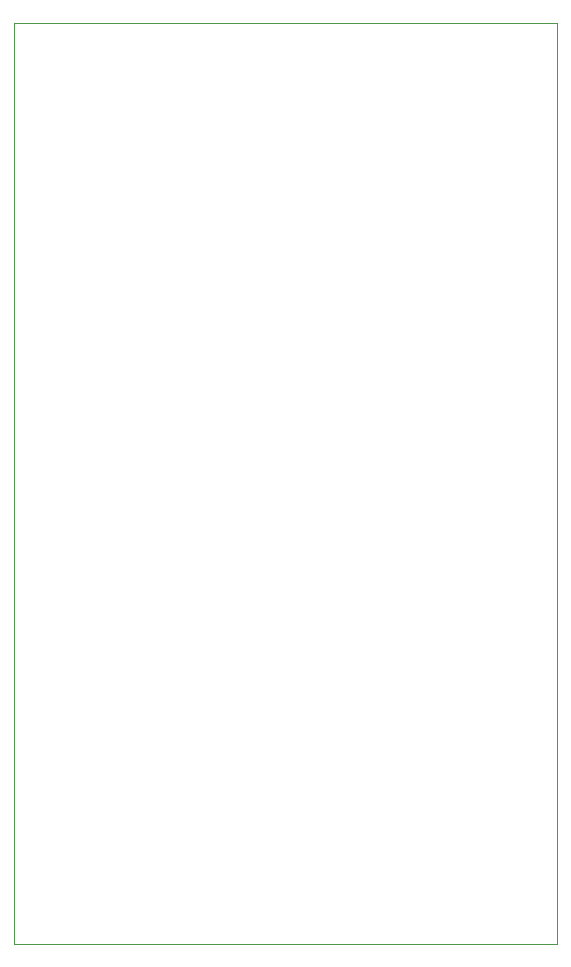
<source format=gbr>
%TF.GenerationSoftware,KiCad,Pcbnew,(5.1.10)-1*%
%TF.CreationDate,2024-05-08T08:20:22+02:00*%
%TF.ProjectId,KC85-FDD_IN,4b433835-2d46-4444-945f-494e2e6b6963,rev?*%
%TF.SameCoordinates,Original*%
%TF.FileFunction,Profile,NP*%
%FSLAX46Y46*%
G04 Gerber Fmt 4.6, Leading zero omitted, Abs format (unit mm)*
G04 Created by KiCad (PCBNEW (5.1.10)-1) date 2024-05-08 08:20:22*
%MOMM*%
%LPD*%
G01*
G04 APERTURE LIST*
%TA.AperFunction,Profile*%
%ADD10C,0.050000*%
%TD*%
G04 APERTURE END LIST*
D10*
X91440000Y-76962000D02*
X91440000Y-154940000D01*
X137414000Y-76962000D02*
X91440000Y-76962000D01*
X137414000Y-154940000D02*
X137414000Y-76962000D01*
X91440000Y-154940000D02*
X137414000Y-154940000D01*
M02*

</source>
